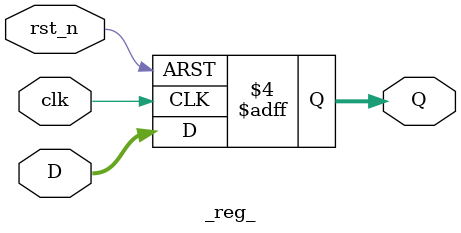
<source format=v>
`define false 1'b 0
`define FALSE 1'b 0
`define true 1'b 1
`define TRUE 1'b 1

`timescale 1 ns / 1 ns // timescale for following modules


module _reg_ (
   clk,
   rst_n,
   D,
   Q);
 
parameter N = 16;

input   clk; 
input   rst_n; 
input   [N - 1:0] D; 
output   [N - 1:0] Q; 

reg     [N - 1:0] Q; 


always @(posedge clk or negedge rst_n)
   begin : reg_p
   if (rst_n === 1'b 0)
      begin
      Q <= {(N - 1 - 0 + 1){1'b 0}};   
      end
   else if (clk === 1'b 1 )
      begin
      Q <= D;   
      end
   end


endmodule // module _reg_


</source>
